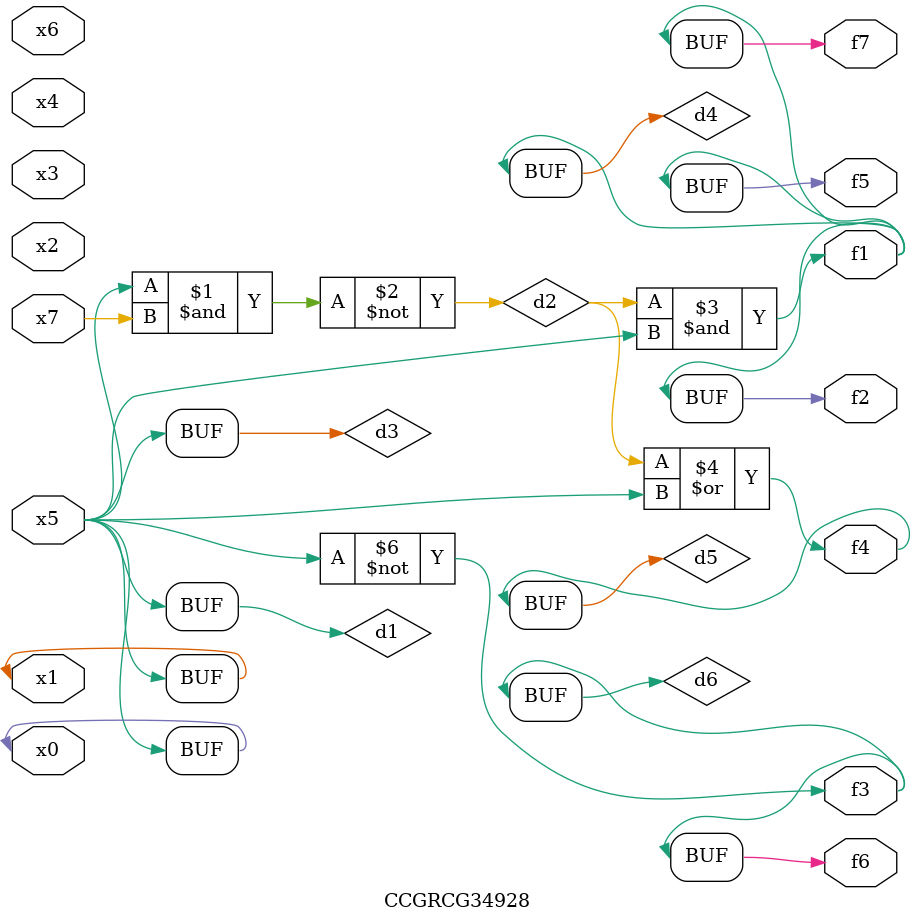
<source format=v>
module CCGRCG34928(
	input x0, x1, x2, x3, x4, x5, x6, x7,
	output f1, f2, f3, f4, f5, f6, f7
);

	wire d1, d2, d3, d4, d5, d6;

	buf (d1, x0, x5);
	nand (d2, x5, x7);
	buf (d3, x0, x1);
	and (d4, d2, d3);
	or (d5, d2, d3);
	nor (d6, d1, d3);
	assign f1 = d4;
	assign f2 = d4;
	assign f3 = d6;
	assign f4 = d5;
	assign f5 = d4;
	assign f6 = d6;
	assign f7 = d4;
endmodule

</source>
